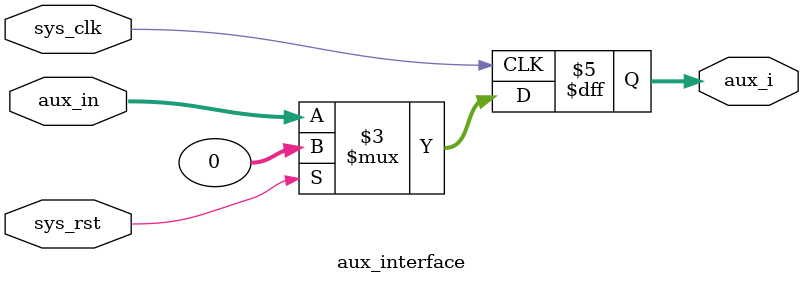
<source format=v>

module aux_interface(sys_clk,sys_rst,aux_in,aux_i);
	input sys_clk,sys_rst;
	input [31:0]aux_in;
	output reg [31:0]aux_i;

	always@(posedge sys_clk ) begin
		if(sys_rst)
			aux_i<= 32'h0;
		else 
			aux_i <= aux_in;
	end

endmodule

</source>
